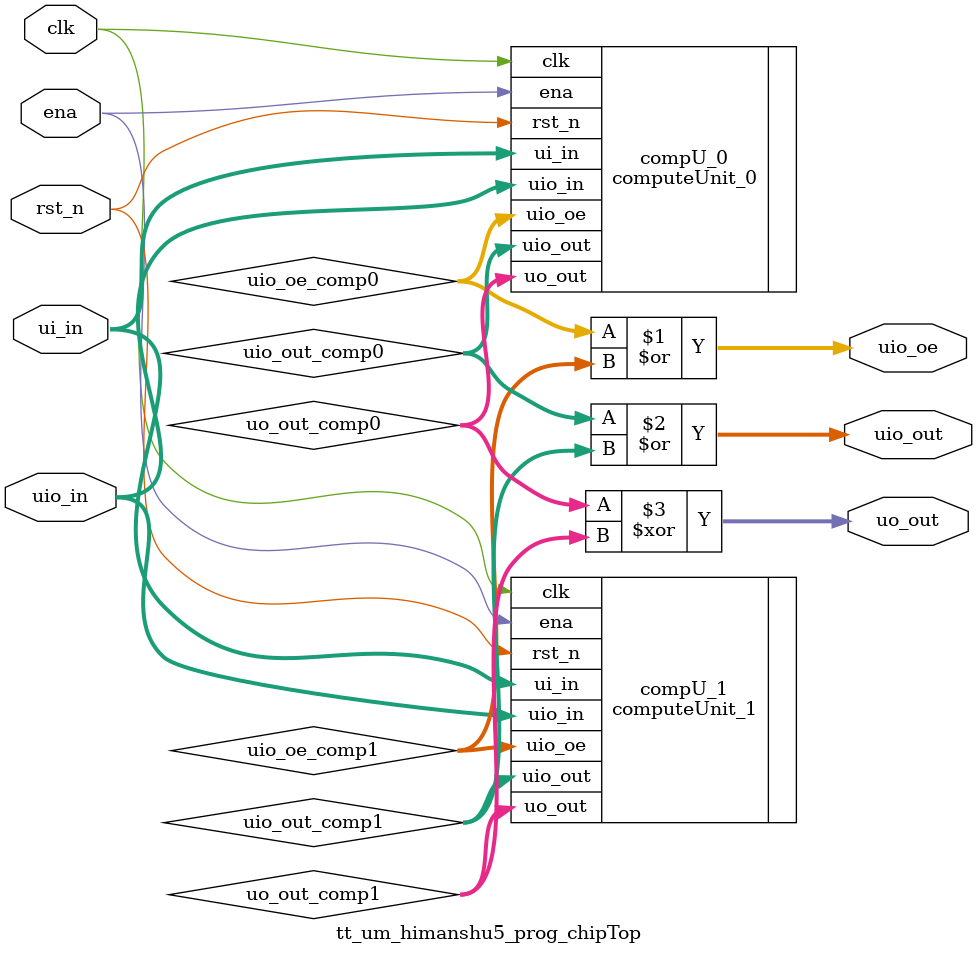
<source format=sv>

`include "computeUnit_0.v"
`include "computeUnit_1.v"

module tt_um_himanshu5_prog_chipTop ( input clk,
                    input rst_n, 
                    input ena,
                    input  wire [7:0] ui_in,    // Dedicated inputs - connected to the input switches
                    output wire [7:0] uo_out,   // Dedicated outputs - connected to the 7 segment display
                    input  wire [7:0] uio_in,   // IOs: Bidirectional Input path
                    output wire [7:0] uio_out,  // IOs: Bidirectional Output path
                    output wire [7:0] uio_oe   // IOs: Bidirectional Enable path (active high: 0=input, 1=output)
);
    wire [7:0] uo_out_comp0;
    wire [7:0] uo_out_comp1;

    wire [7:0] uio_out_comp0;
    wire [7:0] uio_out_comp1;

    wire [7:0] uio_oe_comp0;
    wire [7:0] uio_oe_comp1;

    computeUnit_0 compU_0 (.clk(clk), .rst_n(rst_n), .ena(ena), .ui_in(ui_in), .uo_out(uo_out_comp0), .uio_in(uio_in), .uio_out(uio_out_comp0), .uio_oe(uio_oe_comp0));
    computeUnit_1 compU_1 (.clk(clk), .rst_n(rst_n), .ena(ena), .ui_in(ui_in), .uo_out(uo_out_comp1), .uio_in(uio_in), .uio_out(uio_out_comp1), .uio_oe(uio_oe_comp1));

    assign uio_oe = uio_oe_comp0 | uio_oe_comp1;
    assign uio_out = uio_out_comp0 | uio_out_comp1;
    assign uo_out = uo_out_comp0 ^ uo_out_comp1;

endmodule
</source>
